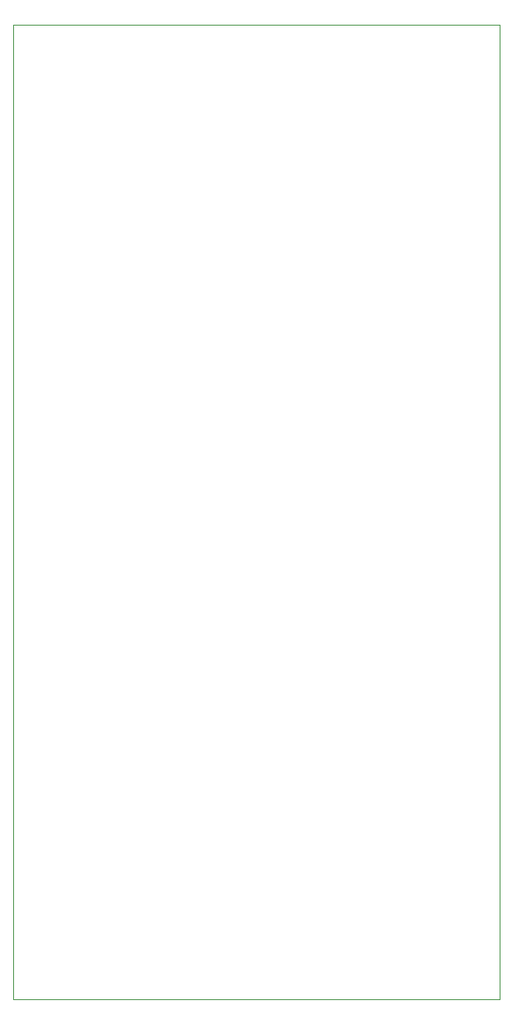
<source format=gbr>
%TF.GenerationSoftware,KiCad,Pcbnew,(6.0.11)*%
%TF.CreationDate,2023-02-04T17:29:26-05:00*%
%TF.ProjectId,tlv320aic3105_audio_board,746c7633-3230-4616-9963-333130355f61,rev?*%
%TF.SameCoordinates,Original*%
%TF.FileFunction,Profile,NP*%
%FSLAX46Y46*%
G04 Gerber Fmt 4.6, Leading zero omitted, Abs format (unit mm)*
G04 Created by KiCad (PCBNEW (6.0.11)) date 2023-02-04 17:29:26*
%MOMM*%
%LPD*%
G01*
G04 APERTURE LIST*
%TA.AperFunction,Profile*%
%ADD10C,0.120000*%
%TD*%
G04 APERTURE END LIST*
D10*
%TO.C,board_outline1*%
X78124900Y-120350000D02*
X128124900Y-120350000D01*
X78124900Y-120350000D02*
X78124900Y-20350000D01*
X78124900Y-20350000D02*
X128124900Y-20350000D01*
X128124900Y-120350000D02*
X128124900Y-20350000D01*
%TD*%
M02*

</source>
